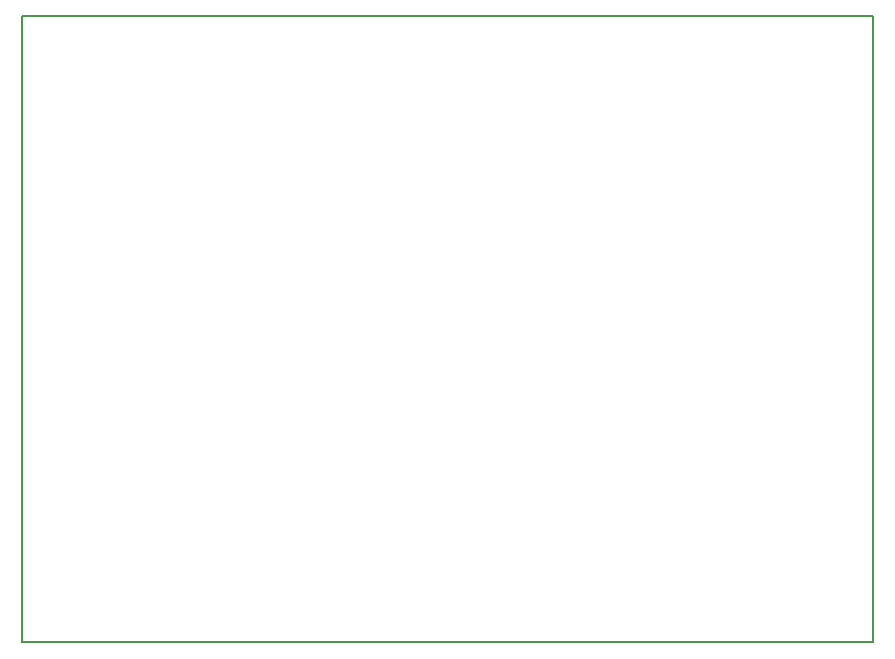
<source format=gm1>
G04 #@! TF.GenerationSoftware,KiCad,Pcbnew,5.0.2-bee76a0~70~ubuntu18.04.1*
G04 #@! TF.CreationDate,2019-08-23T08:39:18+02:00*
G04 #@! TF.ProjectId,ArduHMIShield,41726475-484d-4495-9368-69656c642e6b,1.2*
G04 #@! TF.SameCoordinates,Original*
G04 #@! TF.FileFunction,Profile,NP*
%FSLAX46Y46*%
G04 Gerber Fmt 4.6, Leading zero omitted, Abs format (unit mm)*
G04 Created by KiCad (PCBNEW 5.0.2-bee76a0~70~ubuntu18.04.1) date Fr 23 Aug 2019 08:39:18 CEST*
%MOMM*%
%LPD*%
G01*
G04 APERTURE LIST*
%ADD10C,0.150000*%
G04 APERTURE END LIST*
D10*
X123000000Y-130000000D02*
X123000000Y-77000000D01*
X51000000Y-77000000D02*
X51000000Y-130000000D01*
X123000000Y-77000000D02*
X51000000Y-77000000D01*
X51000000Y-130000000D02*
X123000000Y-130000000D01*
M02*

</source>
